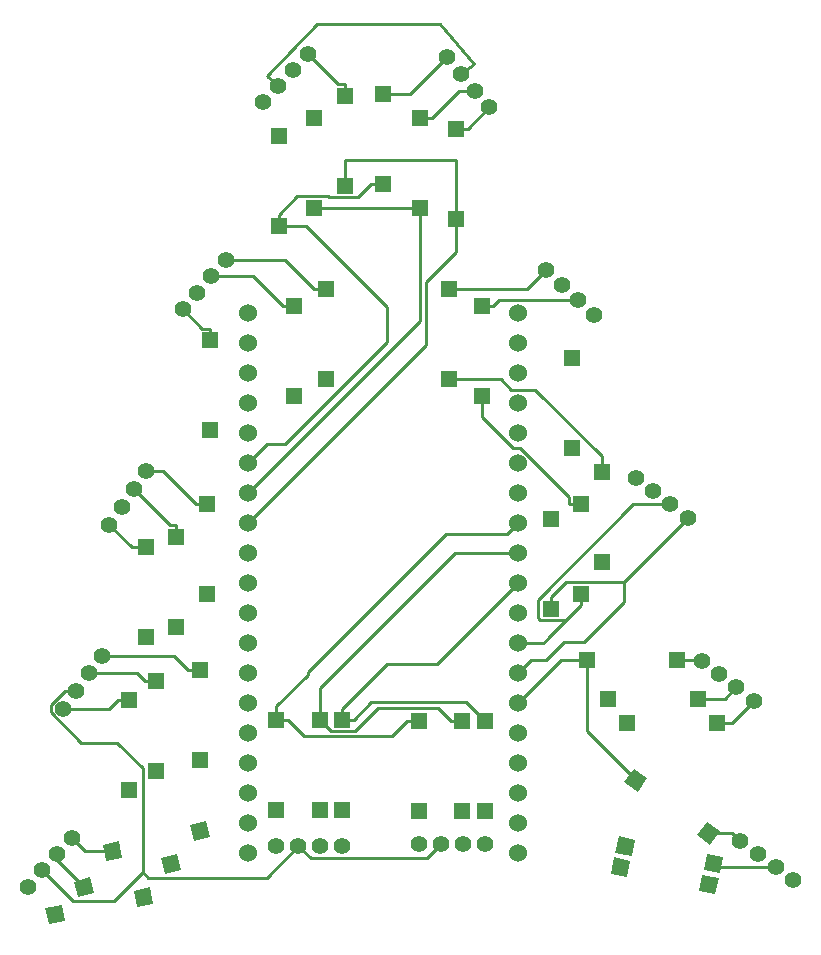
<source format=gbl>
G04 Layer: BottomLayer*
G04 EasyEDA v6.4.25, 2021-11-28T16:05:41+01:00*
G04 4c1ba96cef074ee2a20bac9ac7328723,10*
G04 Gerber Generator version 0.2*
G04 Scale: 100 percent, Rotated: No, Reflected: No *
G04 Dimensions in millimeters *
G04 leading zeros omitted , absolute positions ,4 integer and 5 decimal *
%FSLAX45Y45*%
%MOMM*%

%ADD12C,0.2540*%
%ADD14C,1.4000*%
%ADD15R,1.3970X1.3970*%
%ADD16C,1.5240*%

%LPD*%
D12*
X3581400Y3225800D02*
G01*
X3581400Y3314700D01*
X3962400Y3695700D01*
X4381500Y3695700D01*
X5067300Y4381500D01*
X5067300Y4635500D02*
G01*
X4533900Y4635500D01*
X3390900Y3492500D01*
X3390900Y3225800D01*
X3022600Y3225800D02*
G01*
X3022600Y3340100D01*
X3289300Y3606800D01*
X3289300Y3632200D01*
X4457700Y4800600D01*
X4978400Y4800600D01*
X5067300Y4889500D01*
X3048000Y7404100D02*
G01*
X3276600Y7404100D01*
X3962400Y6718300D01*
X3962400Y6426200D01*
X3098800Y5562600D01*
X2946400Y5562600D01*
X2781300Y5397500D01*
X4241800Y7556500D02*
G01*
X4241800Y6604000D01*
X2781300Y5143500D01*
X4546600Y7467600D02*
G01*
X4546600Y7188200D01*
X4292600Y6934200D01*
X4292600Y6400800D01*
X2781300Y4889500D01*
X2276932Y3644900D02*
G01*
X2154047Y3767785D01*
X1547393Y3767785D01*
X5067300Y3873500D02*
G01*
X5283200Y3873500D01*
X5321300Y3911600D01*
X5321300Y3915232D01*
X5473674Y4067606D01*
X5963462Y4392853D02*
G01*
X5963462Y4223562D01*
X5626100Y3886200D01*
X5461000Y3886200D01*
X5308600Y3733800D01*
X5181600Y3733800D01*
X5067300Y3619500D01*
X5651500Y3733800D02*
G01*
X5435600Y3733800D01*
X5067300Y3365500D01*
X3035731Y8592820D02*
G01*
X2946400Y8674100D01*
X3365500Y9118600D01*
X4406900Y9118600D01*
X4699000Y8775700D01*
X4588763Y8694420D01*
X4546600Y7467600D02*
G01*
X4546600Y7962900D01*
X3606800Y7962900D01*
X3606800Y7747000D01*
X6723989Y2010105D02*
G01*
X6756476Y1977618D01*
X7250328Y1977618D01*
X5600700Y4194632D02*
G01*
X5473674Y4067606D01*
X5256758Y4067606D01*
X5238241Y4086123D01*
X5238241Y4242155D01*
X6044539Y5048453D01*
X6359397Y5048453D01*
X5600700Y4292600D02*
G01*
X5600700Y4194632D01*
X1680032Y3390900D02*
G01*
X1607921Y3318789D01*
X1221181Y3318789D01*
X1778000Y3390900D02*
G01*
X1680032Y3390900D01*
X6067170Y2713151D02*
G01*
X5651500Y3128822D01*
X5651500Y3733800D01*
X1043025Y1950567D02*
G01*
X1300886Y1692706D01*
X1650771Y1692706D01*
X1891055Y1932990D01*
X1329944Y3468471D02*
G01*
X1231137Y3468471D01*
X1112520Y3349853D01*
X1112520Y3288664D01*
X1373555Y3027629D01*
X1677847Y3027629D01*
X1891055Y2814421D01*
X1891055Y1932990D01*
X1891055Y1932990D02*
G01*
X1934159Y1889887D01*
X2940405Y1889887D01*
X3209518Y2159000D01*
X4416018Y2171700D02*
G01*
X4299889Y2055571D01*
X3312947Y2055571D01*
X3209518Y2159000D01*
X6683629Y2265248D02*
G01*
X6880859Y2265248D01*
X6950989Y2195118D01*
X6756400Y3200400D02*
G01*
X6879209Y3200400D01*
X7063968Y3385159D01*
X6413500Y3733800D02*
G01*
X6619671Y3733800D01*
X6626631Y3726840D01*
X6591300Y3403600D02*
G01*
X6822744Y3403600D01*
X6918197Y3499053D01*
X5346700Y4263567D02*
G01*
X5475986Y4392853D01*
X5963462Y4392853D01*
X6505168Y4934559D01*
X5346700Y4165600D02*
G01*
X5346700Y4263567D01*
X4483100Y6870700D02*
G01*
X5144998Y6870700D01*
X5308854Y7034555D01*
X4860467Y6731000D02*
G01*
X4911674Y6782206D01*
X5579440Y6782206D01*
X4762500Y6731000D02*
G01*
X4860467Y6731000D01*
X4546600Y8229600D02*
G01*
X4645431Y8229600D01*
X4826558Y8410727D01*
X3924300Y8521700D02*
G01*
X4155643Y8521700D01*
X4469815Y8835872D01*
X4339767Y8318500D02*
G01*
X4573701Y8552434D01*
X4707661Y8552434D01*
X4241800Y8318500D02*
G01*
X4339767Y8318500D01*
X3606800Y8606967D02*
G01*
X3545433Y8606967D01*
X3288055Y8864345D01*
X3606800Y8509000D02*
G01*
X3606800Y8606967D01*
X3343732Y6870700D02*
G01*
X3096209Y7118222D01*
X2595041Y7118222D01*
X3441700Y6870700D02*
G01*
X3343732Y6870700D01*
X2463800Y6536867D02*
G01*
X2393441Y6536867D01*
X2230932Y6699377D01*
X2463800Y6438900D02*
G01*
X2463800Y6536867D01*
X3077032Y6731000D02*
G01*
X2829407Y6978624D01*
X2473680Y6978624D01*
X3175000Y6731000D02*
G01*
X3077032Y6731000D01*
X2340432Y5054600D02*
G01*
X2059584Y5335447D01*
X1920468Y5335447D01*
X2438400Y5054600D02*
G01*
X2340432Y5054600D01*
X1917700Y4686300D02*
G01*
X1799183Y4686300D01*
X1610131Y4875352D01*
X2171700Y4873167D02*
G01*
X2125954Y4873167D01*
X1817039Y5182082D01*
X2171700Y4775200D02*
G01*
X2171700Y4873167D01*
X2374900Y3644900D02*
G01*
X2276932Y3644900D01*
X1908632Y3556000D02*
G01*
X1846503Y3618128D01*
X1438681Y3618128D01*
X2006600Y3556000D02*
G01*
X1908632Y3556000D01*
X1635353Y2111400D02*
G01*
X1404696Y2111400D01*
X1290573Y2225522D01*
X1397279Y1806397D02*
G01*
X1166799Y2036876D01*
X1166799Y2088032D01*
X3340100Y7556500D02*
G01*
X4241800Y7556500D01*
X3048000Y7502067D02*
G01*
X3202101Y7656169D01*
X3461842Y7656169D01*
X3469004Y7649006D01*
X3715638Y7649006D01*
X3826332Y7759700D01*
X3048000Y7404100D02*
G01*
X3048000Y7502067D01*
X3924300Y7759700D02*
G01*
X3826332Y7759700D01*
X5502732Y5054600D02*
G01*
X5502732Y5109718D01*
X5087950Y5524500D01*
X5025897Y5524500D01*
X4762500Y5787897D01*
X4762500Y5969000D01*
X5600700Y5054600D02*
G01*
X5502732Y5054600D01*
X5778500Y5321300D02*
G01*
X5778500Y5455462D01*
X5215940Y6018021D01*
X5011927Y6018021D01*
X4921250Y6108700D01*
X4483100Y6108700D01*
X4787900Y3213100D02*
G01*
X4627473Y3373526D01*
X3827094Y3373526D01*
X3679367Y3225800D01*
X3581400Y3225800D02*
G01*
X3679367Y3225800D01*
X4499432Y3213100D02*
G01*
X4388738Y3323793D01*
X3884498Y3323793D01*
X3688537Y3127832D01*
X3488867Y3127832D01*
X3390900Y3225800D01*
X4597400Y3213100D02*
G01*
X4499432Y3213100D01*
X4229100Y3213100D02*
G01*
X4131132Y3213100D01*
X3022600Y3225800D02*
G01*
X3120567Y3225800D01*
X3120567Y3225800D02*
G01*
X3259404Y3086963D01*
X4004995Y3086963D01*
X4131132Y3213100D01*
D14*
G01*
X3209513Y2159000D03*
G01*
X3579489Y2159000D03*
G01*
X3024499Y2159000D03*
G01*
X3394501Y2159000D03*
G01*
X4416013Y2171700D03*
G01*
X4785989Y2171700D03*
G01*
X4230999Y2171700D03*
G01*
X4601001Y2171700D03*
G01*
X7100676Y2086361D03*
G01*
X7399992Y1868896D03*
G01*
X6950997Y2195111D03*
G01*
X7250336Y1977628D03*
G01*
X6772419Y3612939D03*
G01*
X7063963Y3385159D03*
G01*
X6626626Y3726845D03*
G01*
X6918192Y3499050D03*
G01*
X6213619Y5162339D03*
G01*
X6505166Y4934559D03*
G01*
X6067826Y5276245D03*
G01*
X6359392Y5048450D03*
G01*
X5444159Y6908375D03*
G01*
X5714743Y6656052D03*
G01*
X5308848Y7034555D03*
G01*
X5579450Y6782214D03*
G01*
X4588751Y8694148D03*
G01*
X4826566Y8410729D03*
G01*
X4469825Y8835877D03*
G01*
X4707658Y8552441D03*
G01*
X3035724Y8593759D03*
G01*
X3288047Y8864343D03*
G01*
X2909547Y8458448D03*
G01*
X3161885Y8729050D03*
G01*
X2352324Y6839000D03*
G01*
X2595049Y7118222D03*
G01*
X2230942Y6699369D03*
G01*
X2473685Y6978611D03*
G01*
X1713583Y5028725D03*
G01*
X1920471Y5335450D03*
G01*
X1610123Y4875342D03*
G01*
X1817027Y5182087D03*
G01*
X1329938Y3468479D03*
G01*
X1547403Y3767792D03*
G01*
X1221188Y3318797D03*
G01*
X1438671Y3618136D03*
G01*
X1043015Y1950570D03*
G01*
X1290576Y2225514D03*
G01*
X919215Y1813077D03*
G01*
X1166794Y2088040D03*
D15*
G01*
X4546600Y8229600D03*
G01*
X4546600Y7467600D03*
G01*
X4241800Y8318500D03*
G01*
X4241800Y7556500D03*
G01*
X3924300Y8521700D03*
G01*
X3924300Y7759700D03*
G01*
X5524500Y6286500D03*
G01*
X5524500Y5524500D03*
G01*
X4762500Y6731000D03*
G01*
X4762500Y5969000D03*
G01*
X4483100Y6870700D03*
G01*
X4483100Y6108700D03*
G01*
X5778500Y4559300D03*
G01*
X5778500Y5321300D03*
G01*
X5600700Y4292600D03*
G01*
X5600700Y5054600D03*
G01*
X5346700Y4165600D03*
G01*
X5346700Y4927600D03*
G01*
X3048000Y8166100D03*
G01*
X3048000Y7404100D03*
G01*
X3340100Y8318500D03*
G01*
X3340100Y7556500D03*
G01*
X3606800Y8509000D03*
G01*
X3606800Y7747000D03*
G01*
X6756400Y3200400D03*
G01*
X5994400Y3200400D03*
G01*
X6591300Y3403600D03*
G01*
X5829300Y3403600D03*
G01*
X6413500Y3733800D03*
G01*
X5651500Y3733800D03*
G01*
X3441700Y6870700D03*
G01*
X3441700Y6108700D03*
G01*
X3175000Y6731000D03*
G01*
X3175000Y5969000D03*
G01*
X2463800Y6438900D03*
G01*
X2463800Y5676900D03*
G01*
X1917700Y4686300D03*
G01*
X1917700Y3924300D03*
G01*
X2171700Y4775200D03*
G01*
X2171700Y4013200D03*
G01*
X2438400Y5054600D03*
G01*
X2438400Y4292600D03*
G36*
X6699089Y2167686D02*
G01*
X6586067Y2249799D01*
X6668183Y2362819D01*
X6781200Y2280706D01*
G37*
G36*
X6082616Y2615580D02*
G01*
X5969599Y2697693D01*
X6051710Y2810713D01*
X6164732Y2728600D01*
G37*
G36*
X6779239Y1928207D02*
G01*
X6642105Y1954862D01*
X6668762Y2091997D01*
X6805894Y2065340D01*
G37*
G36*
X6031237Y2073602D02*
G01*
X5894105Y2100259D01*
X5920760Y2237392D01*
X6057894Y2210737D01*
G37*
G36*
X6741139Y1750407D02*
G01*
X6604005Y1777062D01*
X6630662Y1914197D01*
X6767794Y1887540D01*
G37*
G36*
X5993137Y1895802D02*
G01*
X5856005Y1922459D01*
X5882660Y2059592D01*
X6019794Y2032937D01*
G37*
G01*
X1778000Y3390900D03*
G01*
X1778000Y2628900D03*
G01*
X2006600Y3556000D03*
G01*
X2006600Y2794000D03*
G01*
X2374900Y3644900D03*
G01*
X2374900Y2882900D03*
G36*
X1068105Y1633542D02*
G01*
X1205240Y1660194D01*
X1231894Y1523062D01*
X1094760Y1496405D01*
G37*
G36*
X1816105Y1778937D02*
G01*
X1953239Y1805594D01*
X1979894Y1668457D01*
X1842759Y1641805D01*
G37*
G36*
X1311734Y1855782D02*
G01*
X1446674Y1891939D01*
X1482831Y1756999D01*
X1347891Y1720842D01*
G37*
G36*
X2047768Y2053000D02*
G01*
X2182708Y2089157D01*
X2218865Y1954217D01*
X2083925Y1918060D01*
G37*
G36*
X1551592Y2163739D02*
G01*
X1687713Y2195167D01*
X1719138Y2059045D01*
X1583016Y2027621D01*
G37*
G36*
X2294061Y2335154D02*
G01*
X2430183Y2366578D01*
X2461607Y2230460D01*
X2325486Y2199032D01*
G37*
G01*
X3581400Y3225800D03*
G01*
X3581400Y2463800D03*
G01*
X3390900Y3225800D03*
G01*
X3390900Y2463800D03*
G01*
X3022600Y3225800D03*
G01*
X3022600Y2463800D03*
G01*
X4787900Y3213100D03*
G01*
X4787900Y2451100D03*
G01*
X4597400Y3213100D03*
G01*
X4597400Y2451100D03*
G01*
X4229100Y3213100D03*
G01*
X4229100Y2451100D03*
D16*
G01*
X2781300Y6667500D03*
G01*
X2781300Y6413500D03*
G01*
X2781300Y6159500D03*
G01*
X2781300Y5905500D03*
G01*
X2781300Y5651500D03*
G01*
X2781300Y5397500D03*
G01*
X2781300Y5143500D03*
G01*
X2781300Y4889500D03*
G01*
X2781300Y4635500D03*
G01*
X2781300Y4381500D03*
G01*
X2781300Y4127500D03*
G01*
X2781300Y3873500D03*
G01*
X2781300Y3619500D03*
G01*
X2781300Y3365500D03*
G01*
X2781300Y3111500D03*
G01*
X2781300Y2857500D03*
G01*
X2781300Y2603500D03*
G01*
X2781300Y2349500D03*
G01*
X2781300Y2095500D03*
G01*
X5067300Y2095500D03*
G01*
X5067300Y2349500D03*
G01*
X5067300Y2603500D03*
G01*
X5067300Y2857500D03*
G01*
X5067300Y3111500D03*
G01*
X5067300Y3365500D03*
G01*
X5067300Y3619500D03*
G01*
X5067300Y3873500D03*
G01*
X5067300Y4127500D03*
G01*
X5067300Y4381500D03*
G01*
X5067300Y4635500D03*
G01*
X5067300Y4889500D03*
G01*
X5067300Y5143500D03*
G01*
X5067300Y5397500D03*
G01*
X5067300Y5651500D03*
G01*
X5067300Y5905500D03*
G01*
X5067300Y6159500D03*
G01*
X5067300Y6413500D03*
G01*
X5067300Y6667500D03*
M02*

</source>
